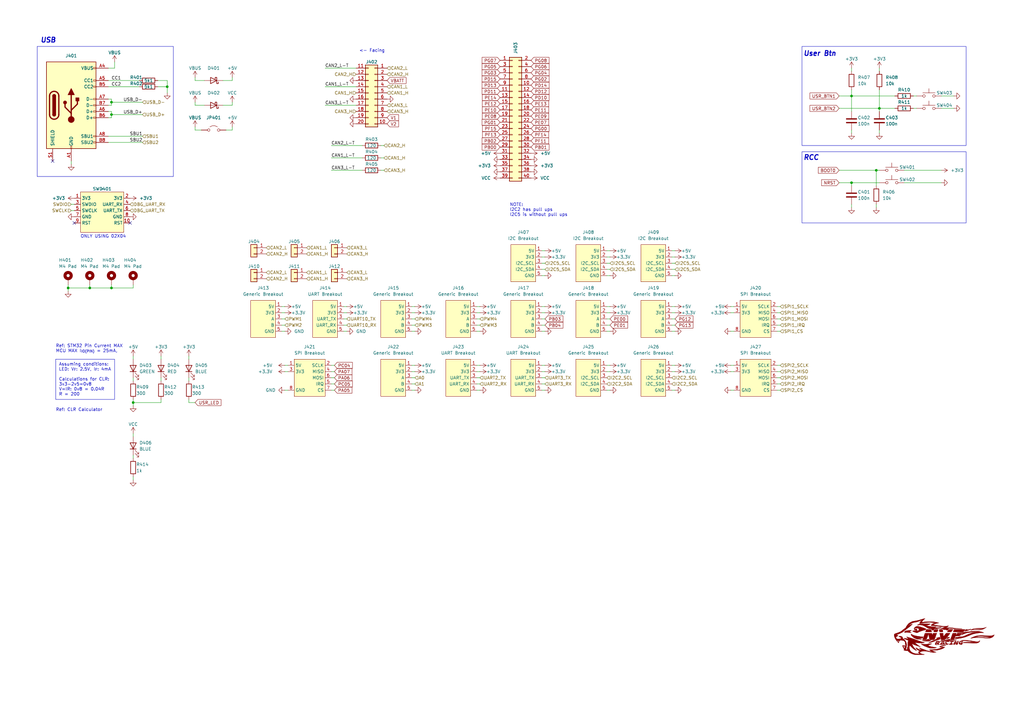
<source format=kicad_sch>
(kicad_sch (version 20231120) (generator "eeschema") (generator_version "8.0")
  (paper "A3")
  (title_block (title "Bigger Brain") (date "2024-04-08") (rev "2.1") (company "Scott CJX"))
  (junction (at 36.83 118.11))
  (junction (at 54.61 165.1))
  (junction (at 349.25 39.37))
  (junction (at 45.72 46.99))
  (junction (at 349.25 74.93))
  (junction (at 359.41 69.85))
  (junction (at 45.72 41.91))
  (junction (at 360.68 44.45))
  (junction (at 27.94 118.11))
  (junction (at 68.58 35.56))
  (junction (at 45.72 118.11))
  (no_connect (at 53.34 91.44))
  (no_connect (at 21.59 66.04))
  (no_connect (at 30.48 91.44))
  (wire (pts (xy 299.72 152.4) (xy 300.99 152.4)))
  (wire (pts (xy 386.08 44.45) (xy 391.16 44.45)))
  (wire (pts (xy 137.16 157.48) (xy 135.89 157.48)))
  (wire (pts (xy 276.86 113.03) (xy 275.59 113.03)))
  (wire (pts (xy 250.19 133.35) (xy 248.92 133.35)))
  (wire (pts (xy 29.21 86.36) (xy 30.48 86.36)))
  (wire (pts (xy 80.01 53.34) (xy 80.01 52.07)))
  (wire (pts (xy 196.85 154.94) (xy 195.58 154.94)))
  (wire (pts (xy 148.59 69.85) (xy 135.89 69.85)))
  (wire (pts (xy 349.25 36.83) (xy 349.25 39.37)))
  (wire (pts (xy 375.92 44.45) (xy 374.65 44.45)))
  (wire (pts (xy 170.18 154.94) (xy 168.91 154.94)))
  (wire (pts (xy 44.45 40.64) (xy 45.72 40.64)))
  (wire (pts (xy 359.41 76.2) (xy 359.41 69.85)))
  (wire (pts (xy 29.21 66.04) (xy 29.21 67.31)))
  (wire (pts (xy 196.85 160.02) (xy 195.58 160.02)))
  (wire (pts (xy 344.17 69.85) (xy 359.41 69.85)))
  (wire (pts (xy 36.83 118.11) (xy 45.72 118.11)))
  (wire (pts (xy 133.35 27.94) (xy 146.05 27.94)))
  (wire (pts (xy 77.47 165.1) (xy 80.01 165.1)))
  (wire (pts (xy 80.01 43.18) (xy 83.82 43.18)))
  (wire (pts (xy 320.04 152.4) (xy 318.77 152.4)))
  (wire (pts (xy 95.25 31.75) (xy 95.25 33.02)))
  (wire (pts (xy 360.68 53.34) (xy 360.68 54.61)))
  (wire (pts (xy 80.01 33.02) (xy 80.01 31.75)))
  (wire (pts (xy 223.52 102.87) (xy 222.25 102.87)))
  (wire (pts (xy 116.84 130.81) (xy 115.57 130.81)))
  (wire (pts (xy 250.19 125.73) (xy 248.92 125.73)))
  (wire (pts (xy 250.19 113.03) (xy 248.92 113.03)))
  (wire (pts (xy 299.72 125.73) (xy 300.99 125.73)))
  (wire (pts (xy 45.72 43.18) (xy 44.45 43.18)))
  (wire (pts (xy 170.18 149.86) (xy 168.91 149.86)))
  (wire (pts (xy 54.61 195.58) (xy 54.61 196.85)))
  (wire (pts (xy 250.19 149.86) (xy 248.92 149.86)))
  (wire (pts (xy 344.17 44.45) (xy 360.68 44.45)))
  (wire (pts (xy 320.04 125.73) (xy 318.77 125.73)))
  (wire (pts (xy 359.41 69.85) (xy 360.68 69.85)))
  (wire (pts (xy 360.68 44.45) (xy 367.03 44.45)))
  (wire (pts (xy 66.04 154.94) (xy 66.04 156.21)))
  (wire (pts (xy 170.18 152.4) (xy 168.91 152.4)))
  (wire (pts (xy 133.35 43.18) (xy 146.05 43.18)))
  (wire (pts (xy 27.94 118.11) (xy 27.94 119.38)))
  (wire (pts (xy 196.85 128.27) (xy 195.58 128.27)))
  (wire (pts (xy 66.04 165.1) (xy 66.04 163.83)))
  (wire (pts (xy 27.94 118.11) (xy 36.83 118.11)))
  (wire (pts (xy 349.25 27.94) (xy 349.25 29.21)))
  (wire (pts (xy 92.71 53.34) (xy 95.25 53.34)))
  (wire (pts (xy 250.19 160.02) (xy 248.92 160.02)))
  (wire (pts (xy 170.18 130.81) (xy 168.91 130.81)))
  (wire (pts (xy 223.52 107.95) (xy 222.25 107.95)))
  (wire (pts (xy 116.84 125.73) (xy 115.57 125.73)))
  (wire (pts (xy 44.45 33.02) (xy 57.15 33.02)))
  (wire (pts (xy 137.16 149.86) (xy 135.89 149.86)))
  (wire (pts (xy 223.52 160.02) (xy 222.25 160.02)))
  (wire (pts (xy 250.19 110.49) (xy 248.92 110.49)))
  (wire (pts (xy 29.21 83.82) (xy 30.48 83.82)))
  (wire (pts (xy 54.61 154.94) (xy 54.61 156.21)))
  (wire (pts (xy 142.24 125.73) (xy 140.97 125.73)))
  (wire (pts (xy 54.61 165.1) (xy 54.61 166.37)))
  (wire (pts (xy 45.72 45.72) (xy 45.72 46.99)))
  (wire (pts (xy 360.68 44.45) (xy 360.68 45.72)))
  (wire (pts (xy 91.44 43.18) (xy 95.25 43.18)))
  (wire (pts (xy 276.86 125.73) (xy 275.59 125.73)))
  (wire (pts (xy 223.52 135.89) (xy 222.25 135.89)))
  (wire (pts (xy 320.04 135.89) (xy 318.77 135.89)))
  (wire (pts (xy 64.77 35.56) (xy 68.58 35.56)))
  (wire (pts (xy 54.61 165.1) (xy 66.04 165.1)))
  (wire (pts (xy 142.24 130.81) (xy 140.97 130.81)))
  (wire (pts (xy 196.85 152.4) (xy 195.58 152.4)))
  (wire (pts (xy 276.86 133.35) (xy 275.59 133.35)))
  (wire (pts (xy 223.52 110.49) (xy 222.25 110.49)))
  (wire (pts (xy 45.72 46.99) (xy 58.42 46.99)))
  (wire (pts (xy 320.04 160.02) (xy 318.77 160.02)))
  (wire (pts (xy 320.04 130.81) (xy 318.77 130.81)))
  (wire (pts (xy 91.44 33.02) (xy 95.25 33.02)))
  (wire (pts (xy 276.86 107.95) (xy 275.59 107.95)))
  (wire (pts (xy 142.24 135.89) (xy 140.97 135.89)))
  (wire (pts (xy 250.19 135.89) (xy 248.92 135.89)))
  (wire (pts (xy 116.84 133.35) (xy 115.57 133.35)))
  (wire (pts (xy 45.72 46.99) (xy 45.72 48.26)))
  (wire (pts (xy 276.86 149.86) (xy 275.59 149.86)))
  (wire (pts (xy 45.72 48.26) (xy 44.45 48.26)))
  (wire (pts (xy 349.25 74.93) (xy 360.68 74.93)))
  (wire (pts (xy 223.52 130.81) (xy 222.25 130.81)))
  (wire (pts (xy 250.19 130.81) (xy 248.92 130.81)))
  (wire (pts (xy 170.18 157.48) (xy 168.91 157.48)))
  (wire (pts (xy 299.72 149.86) (xy 300.99 149.86)))
  (wire (pts (xy 223.52 149.86) (xy 222.25 149.86)))
  (wire (pts (xy 133.35 35.56) (xy 146.05 35.56)))
  (wire (pts (xy 45.72 41.91) (xy 45.72 43.18)))
  (wire (pts (xy 359.41 83.82) (xy 359.41 85.09)))
  (wire (pts (xy 46.99 25.4) (xy 46.99 27.94)))
  (wire (pts (xy 45.72 118.11) (xy 45.72 116.84)))
  (wire (pts (xy 170.18 125.73) (xy 168.91 125.73)))
  (wire (pts (xy 170.18 135.89) (xy 168.91 135.89)))
  (wire (pts (xy 223.52 152.4) (xy 222.25 152.4)))
  (wire (pts (xy 80.01 43.18) (xy 80.01 41.91)))
  (wire (pts (xy 276.86 135.89) (xy 275.59 135.89)))
  (wire (pts (xy 370.84 69.85) (xy 386.08 69.85)))
  (wire (pts (xy 77.47 146.05) (xy 77.47 147.32)))
  (wire (pts (xy 170.18 133.35) (xy 168.91 133.35)))
  (wire (pts (xy 116.84 128.27) (xy 115.57 128.27)))
  (wire (pts (xy 66.04 146.05) (xy 66.04 147.32)))
  (wire (pts (xy 54.61 186.69) (xy 54.61 187.96)))
  (wire (pts (xy 142.24 128.27) (xy 140.97 128.27)))
  (wire (pts (xy 349.25 39.37) (xy 367.03 39.37)))
  (wire (pts (xy 386.08 39.37) (xy 391.16 39.37)))
  (wire (pts (xy 196.85 133.35) (xy 195.58 133.35)))
  (wire (pts (xy 344.17 39.37) (xy 349.25 39.37)))
  (wire (pts (xy 116.84 160.02) (xy 118.11 160.02)))
  (wire (pts (xy 44.45 35.56) (xy 57.15 35.56)))
  (wire (pts (xy 320.04 154.94) (xy 318.77 154.94)))
  (wire (pts (xy 54.61 146.05) (xy 54.61 147.32)))
  (wire (pts (xy 44.45 58.42) (xy 58.42 58.42)))
  (wire (pts (xy 95.25 41.91) (xy 95.25 43.18)))
  (wire (pts (xy 54.61 165.1) (xy 54.61 163.83)))
  (wire (pts (xy 196.85 157.48) (xy 195.58 157.48)))
  (wire (pts (xy 116.84 135.89) (xy 115.57 135.89)))
  (wire (pts (xy 27.94 118.11) (xy 27.94 116.84)))
  (wire (pts (xy 95.25 52.07) (xy 95.25 53.34)))
  (wire (pts (xy 68.58 38.1) (xy 68.58 35.56)))
  (wire (pts (xy 223.52 113.03) (xy 222.25 113.03)))
  (wire (pts (xy 36.83 118.11) (xy 36.83 116.84)))
  (wire (pts (xy 223.52 105.41) (xy 222.25 105.41)))
  (wire (pts (xy 223.52 157.48) (xy 222.25 157.48)))
  (wire (pts (xy 299.72 160.02) (xy 300.99 160.02)))
  (wire (pts (xy 157.48 59.69) (xy 156.21 59.69)))
  (wire (pts (xy 45.72 40.64) (xy 45.72 41.91)))
  (wire (pts (xy 349.25 74.93) (xy 349.25 76.2)))
  (wire (pts (xy 223.52 128.27) (xy 222.25 128.27)))
  (wire (pts (xy 54.61 118.11) (xy 54.61 116.84)))
  (wire (pts (xy 276.86 128.27) (xy 275.59 128.27)))
  (wire (pts (xy 276.86 110.49) (xy 275.59 110.49)))
  (wire (pts (xy 196.85 135.89) (xy 195.58 135.89)))
  (wire (pts (xy 223.52 125.73) (xy 222.25 125.73)))
  (wire (pts (xy 375.92 39.37) (xy 374.65 39.37)))
  (wire (pts (xy 276.86 130.81) (xy 275.59 130.81)))
  (wire (pts (xy 360.68 36.83) (xy 360.68 44.45)))
  (wire (pts (xy 148.59 59.69) (xy 135.89 59.69)))
  (wire (pts (xy 44.45 45.72) (xy 45.72 45.72)))
  (wire (pts (xy 54.61 177.8) (xy 54.61 179.07)))
  (wire (pts (xy 360.68 27.94) (xy 360.68 29.21)))
  (wire (pts (xy 223.52 133.35) (xy 222.25 133.35)))
  (wire (pts (xy 148.59 64.77) (xy 135.89 64.77)))
  (wire (pts (xy 320.04 157.48) (xy 318.77 157.48)))
  (wire (pts (xy 276.86 160.02) (xy 275.59 160.02)))
  (wire (pts (xy 142.24 133.35) (xy 140.97 133.35)))
  (wire (pts (xy 137.16 152.4) (xy 135.89 152.4)))
  (wire (pts (xy 116.84 149.86) (xy 118.11 149.86)))
  (wire (pts (xy 137.16 154.94) (xy 135.89 154.94)))
  (wire (pts (xy 276.86 102.87) (xy 275.59 102.87)))
  (wire (pts (xy 250.19 105.41) (xy 248.92 105.41)))
  (wire (pts (xy 276.86 105.41) (xy 275.59 105.41)))
  (wire (pts (xy 196.85 125.73) (xy 195.58 125.73)))
  (wire (pts (xy 196.85 149.86) (xy 195.58 149.86)))
  (wire (pts (xy 320.04 133.35) (xy 318.77 133.35)))
  (wire (pts (xy 170.18 128.27) (xy 168.91 128.27)))
  (wire (pts (xy 320.04 149.86) (xy 318.77 149.86)))
  (wire (pts (xy 349.25 83.82) (xy 349.25 85.09)))
  (wire (pts (xy 116.84 152.4) (xy 118.11 152.4)))
  (wire (pts (xy 196.85 130.81) (xy 195.58 130.81)))
  (wire (pts (xy 170.18 160.02) (xy 168.91 160.02)))
  (wire (pts (xy 137.16 160.02) (xy 135.89 160.02)))
  (wire (pts (xy 299.72 128.27) (xy 300.99 128.27)))
  (wire (pts (xy 250.19 102.87) (xy 248.92 102.87)))
  (wire (pts (xy 250.19 128.27) (xy 248.92 128.27)))
  (wire (pts (xy 250.19 152.4) (xy 248.92 152.4)))
  (wire (pts (xy 370.84 74.93) (xy 386.08 74.93)))
  (wire (pts (xy 344.17 74.93) (xy 349.25 74.93)))
  (wire (pts (xy 223.52 154.94) (xy 222.25 154.94)))
  (wire (pts (xy 44.45 55.88) (xy 58.42 55.88)))
  (wire (pts (xy 77.47 165.1) (xy 77.47 163.83)))
  (wire (pts (xy 45.72 41.91) (xy 58.42 41.91)))
  (wire (pts (xy 44.45 27.94) (xy 46.99 27.94)))
  (wire (pts (xy 68.58 33.02) (xy 68.58 35.56)))
  (wire (pts (xy 64.77 33.02) (xy 68.58 33.02)))
  (wire (pts (xy 45.72 118.11) (xy 54.61 118.11)))
  (wire (pts (xy 250.19 107.95) (xy 248.92 107.95)))
  (wire (pts (xy 349.25 39.37) (xy 349.25 45.72)))
  (wire (pts (xy 299.72 135.89) (xy 300.99 135.89)))
  (wire (pts (xy 80.01 53.34) (xy 82.55 53.34)))
  (wire (pts (xy 349.25 53.34) (xy 349.25 54.61)))
  (wire (pts (xy 320.04 128.27) (xy 318.77 128.27)))
  (wire (pts (xy 157.48 69.85) (xy 156.21 69.85)))
  (wire (pts (xy 276.86 152.4) (xy 275.59 152.4)))
  (wire (pts (xy 80.01 33.02) (xy 83.82 33.02)))
  (wire (pts (xy 77.47 154.94) (xy 77.47 156.21)))
  (wire (pts (xy 157.48 64.77) (xy 156.21 64.77)))
  (rectangle (start 22.86 147.32) (end 46.99 163.83))
  (rectangle (start 328.93 19.05) (end 396.24 59.69))
  (rectangle (start 328.93 62.23) (end 396.24 91.44))
  (rectangle (start 15.24 19.05) (end 71.12 72.39))
  (text "NOTE: \nI2C2 has pull ups\nI2C5 is without pull ups" (at 209.042 88.9 0) (effects (font (size 1.27 1.27)) (justify left bottom)))
  (text "USB" (at 16.51 17.78 0) (effects (font (size 2 2) (thickness 0.4) (bold yes) (italic yes)) (justify left bottom)))
  (text "<- Facing" (at 147.32 21.59 0) (effects (font (size 1.27 1.27)) (justify left bottom)))
  (text "Ref: STM32 Pin Current MAX\nMCU MAX I_{IO(PIN)} = 25mA," (at 22.86 144.78 0) (effects (font (size 1.27 1.27)) (justify left bottom)))
  (text "Ref: CLR Calculator" (at 22.86 168.91 0) (effects (font (size 1.27 1.27)) (justify left bottom)))
  (text "Assuming conditions:\nLED: V_{F}: 2.5V, I_{F}: 4mA\n\nCalculations for CLR:\n3v3-2v5=0v8\nV=IR: 0v8 = 0.04R\nR = 200" (at 24.13 162.56 0) (effects (font (size 1.27 1.27)) (justify left bottom)))
  (text "ONLY USING 02X04" (at 33.02 97.79 0) (effects (font (size 1.27 1.27)) (justify left bottom)))
  (text "RCC" (at 329.438 64.77 0) (effects (font (size 2 2) (thickness 0.4) (bold yes) (italic yes)) (justify left)))
  (text "User Btn" (at 329.438 22.098 0) (effects (font (size 2 2) (thickness 0.4) (bold yes) (italic yes)) (justify left)))
  (label "CC1" (at 45.72 33.02 0))
  (label "CAN1_L-T" (at 133.35 35.56 0))
  (label "CAN1_L-T" (at 135.89 64.77 0))
  (label "CAN2_L-T" (at 135.89 59.69 0))
  (label "USB_D+" (at 58.42 46.99 180))
  (label "USB_D-" (at 58.42 41.91 180))
  (label "SBU1" (at 58.42 55.88 180))
  (label "CC2" (at 45.72 35.56 0))
  (label "CAN3_L-T" (at 135.89 69.85 0))
  (label "CAN2_L-T" (at 133.35 27.94 0))
  (label "SBU2" (at 58.42 58.42 180))
  (label "CAN3_L-T" (at 133.35 43.18 0))
  (global_label "PG08" (shape input) (at 217.805 24.765 0) (property "Intersheetrefs" "${INTERSHEET_REFS}" (effects (hide yes))))
  (global_label "BOOT0" (shape input) (at 344.17 69.85 180) (property "Intersheetrefs" "${INTERSHEET_REFS}" (effects (hide yes))))
  (global_label "PB03" (shape input) (at 223.52 130.81 0) (property "Intersheetrefs" "${INTERSHEET_REFS}" (effects (hide yes))))
  (global_label "USR_LED" (shape input) (at 80.01 165.1 0) (property "Intersheetrefs" "${INTERSHEET_REFS}" (effects (hide yes))))
  (global_label "PE00" (shape input) (at 250.19 130.81 0) (property "Intersheetrefs" "${INTERSHEET_REFS}" (effects (hide yes))))
  (global_label "PE08" (shape input) (at 205.105 47.625 180) (property "Intersheetrefs" "${INTERSHEET_REFS}" (effects (hide yes))))
  (global_label "PE01" (shape input) (at 250.19 133.35 0) (property "Intersheetrefs" "${INTERSHEET_REFS}" (effects (hide yes))))
  (global_label "NRST" (shape input) (at 344.17 74.93 180) (property "Intersheetrefs" "${INTERSHEET_REFS}" (effects (hide yes))))
  (global_label "PA06" (shape input) (at 137.16 154.94 0) (property "Intersheetrefs" "${INTERSHEET_REFS}" (effects (hide yes))))
  (global_label "PF11" (shape input) (at 217.805 57.785 0) (property "Intersheetrefs" "${INTERSHEET_REFS}" (effects (hide yes))))
  (global_label "PD11" (shape input) (at 205.105 37.465 180) (property "Intersheetrefs" "${INTERSHEET_REFS}" (effects (hide yes))))
  (global_label "PF15" (shape input) (at 205.105 52.705 180) (property "Intersheetrefs" "${INTERSHEET_REFS}" (effects (hide yes))))
  (global_label "USR_BTN1" (shape input) (at 344.17 39.37 180) (property "Intersheetrefs" "${INTERSHEET_REFS}" (effects (hide yes))))
  (global_label "PF14" (shape input) (at 217.805 55.245 0) (property "Intersheetrefs" "${INTERSHEET_REFS}" (effects (hide yes))))
  (global_label "PB00" (shape input) (at 205.105 60.325 180) (property "Intersheetrefs" "${INTERSHEET_REFS}" (effects (hide yes))))
  (global_label "PC05" (shape input) (at 137.16 157.48 0) (property "Intersheetrefs" "${INTERSHEET_REFS}" (effects (hide yes))))
  (global_label "VBATT" (shape input) (at 158.75 33.02 0) (property "Intersheetrefs" "${INTERSHEET_REFS}" (effects (hide yes))))
  (global_label "PA07" (shape input) (at 137.16 152.4 0) (property "Intersheetrefs" "${INTERSHEET_REFS}" (effects (hide yes))))
  (global_label "PE10" (shape input) (at 205.105 45.085 180) (property "Intersheetrefs" "${INTERSHEET_REFS}" (effects (hide yes))))
  (global_label "PD12" (shape input) (at 217.805 37.465 0) (property "Intersheetrefs" "${INTERSHEET_REFS}" (effects (hide yes))))
  (global_label "PA05" (shape input) (at 137.16 160.02 0) (property "Intersheetrefs" "${INTERSHEET_REFS}" (effects (hide yes))))
  (global_label "PG12" (shape input) (at 276.86 130.81 0) (property "Intersheetrefs" "${INTERSHEET_REFS}" (effects (hide yes))))
  (global_label "PD10" (shape input) (at 217.805 40.005 0) (property "Intersheetrefs" "${INTERSHEET_REFS}" (effects (hide yes))))
  (global_label "PE11" (shape input) (at 217.805 45.085 0) (property "Intersheetrefs" "${INTERSHEET_REFS}" (effects (hide yes))))
  (global_label "PD13" (shape input) (at 205.105 34.925 180) (property "Intersheetrefs" "${INTERSHEET_REFS}" (effects (hide yes))))
  (global_label "PD15" (shape input) (at 205.105 32.385 180) (property "Intersheetrefs" "${INTERSHEET_REFS}" (effects (hide yes))))
  (global_label "V1" (shape input) (at 158.75 48.26 0) (property "Intersheetrefs" "${INTERSHEET_REFS}" (effects (hide yes))))
  (global_label "PE09" (shape input) (at 217.805 47.625 0) (property "Intersheetrefs" "${INTERSHEET_REFS}" (effects (hide yes))))
  (global_label "V2" (shape input) (at 158.75 50.8 0) (property "Intersheetrefs" "${INTERSHEET_REFS}" (effects (hide yes))))
  (global_label "PG03" (shape input) (at 205.105 29.845 180) (property "Intersheetrefs" "${INTERSHEET_REFS}" (effects (hide yes))))
  (global_label "PG00" (shape input) (at 217.805 52.705 0) (property "Intersheetrefs" "${INTERSHEET_REFS}" (effects (hide yes))))
  (global_label "PE14" (shape input) (at 205.105 40.005 180) (property "Intersheetrefs" "${INTERSHEET_REFS}" (effects (hide yes))))
  (global_label "PF13" (shape input) (at 205.105 55.245 180) (property "Intersheetrefs" "${INTERSHEET_REFS}" (effects (hide yes))))
  (global_label "PG02" (shape input) (at 217.805 32.385 0) (property "Intersheetrefs" "${INTERSHEET_REFS}" (effects (hide yes))))
  (global_label "PE07" (shape input) (at 217.805 50.165 0) (property "Intersheetrefs" "${INTERSHEET_REFS}" (effects (hide yes))))
  (global_label "PG06" (shape input) (at 217.805 27.305 0) (property "Intersheetrefs" "${INTERSHEET_REFS}" (effects (hide yes))))
  (global_label "PC04" (shape input) (at 137.16 149.86 0) (property "Intersheetrefs" "${INTERSHEET_REFS}" (effects (hide yes))))
  (global_label "PB01" (shape input) (at 217.805 60.325 0) (property "Intersheetrefs" "${INTERSHEET_REFS}" (effects (hide yes))))
  (global_label "PG07" (shape input) (at 205.105 24.765 180) (property "Intersheetrefs" "${INTERSHEET_REFS}" (effects (hide yes))))
  (global_label "PE13" (shape input) (at 217.805 42.545 0) (property "Intersheetrefs" "${INTERSHEET_REFS}" (effects (hide yes))))
  (global_label "PG01" (shape input) (at 205.105 50.165 180) (property "Intersheetrefs" "${INTERSHEET_REFS}" (effects (hide yes))))
  (global_label "USR_BTN2" (shape input) (at 344.17 44.45 180) (property "Intersheetrefs" "${INTERSHEET_REFS}" (effects (hide yes))))
  (global_label "PB02" (shape input) (at 205.105 57.785 180) (property "Intersheetrefs" "${INTERSHEET_REFS}" (effects (hide yes))))
  (global_label "PB04" (shape input) (at 223.52 133.35 0) (property "Intersheetrefs" "${INTERSHEET_REFS}" (effects (hide yes))))
  (global_label "PG13" (shape input) (at 276.86 133.35 0) (property "Intersheetrefs" "${INTERSHEET_REFS}" (effects (hide yes))))
  (global_label "PG05" (shape input) (at 205.105 27.305 180) (property "Intersheetrefs" "${INTERSHEET_REFS}" (effects (hide yes))))
  (global_label "PD14" (shape input) (at 217.805 34.925 0) (property "Intersheetrefs" "${INTERSHEET_REFS}" (effects (hide yes))))
  (global_label "PG04" (shape input) (at 217.805 29.845 0) (property "Intersheetrefs" "${INTERSHEET_REFS}" (effects (hide yes))))
  (global_label "PE12" (shape input) (at 205.105 42.545 180) (property "Intersheetrefs" "${INTERSHEET_REFS}" (effects (hide yes))))
  (hierarchical_label "I2C5_SCL" (shape input) (at 223.52 107.95 0))
  (hierarchical_label "I2C5_SCL" (shape input) (at 250.19 107.95 0))
  (hierarchical_label "CAN2_L" (shape input) (at 109.22 111.76 0))
  (hierarchical_label "SPI2_CS" (shape input) (at 320.04 160.02 0))
  (hierarchical_label "CAN3_H" (shape input) (at 142.24 114.3 0))
  (hierarchical_label "A1" (shape input) (at 170.18 157.48 0))
  (hierarchical_label "UART10_RX" (shape input) (at 142.24 133.35 0))
  (hierarchical_label "SPI1_SCLK" (shape input) (at 320.04 125.73 0))
  (hierarchical_label "CAN1_H" (shape input) (at 125.73 114.3 0))
  (hierarchical_label "SPI2_MOSI" (shape input) (at 320.04 154.94 0))
  (hierarchical_label "SPI1_IRQ" (shape input) (at 320.04 133.35 0))
  (hierarchical_label "CAN2_H" (shape input) (at 158.75 30.48 0))
  (hierarchical_label "I2C5_SDA" (shape input) (at 223.52 110.49 0))
  (hierarchical_label "UART2_TX" (shape input) (at 196.85 154.94 0))
  (hierarchical_label "USB_D-" (shape input) (at 58.42 41.91 0))
  (hierarchical_label "SPI1_CS" (shape input) (at 320.04 135.89 0))
  (hierarchical_label "CAN3_H" (shape input) (at 146.05 45.72 180))
  (hierarchical_label "PWM3" (shape input) (at 196.85 133.35 0))
  (hierarchical_label "A0" (shape input) (at 170.18 154.94 0))
  (hierarchical_label "SPI1_MISO" (shape input) (at 320.04 128.27 0))
  (hierarchical_label "SPI1_MOSI" (shape input) (at 320.04 130.81 0))
  (hierarchical_label "SWCLK" (shape input) (at 29.21 86.36 180))
  (hierarchical_label "SPI2_IRQ" (shape input) (at 320.04 157.48 0))
  (hierarchical_label "PWM3" (shape input) (at 170.18 133.35 0))
  (hierarchical_label "DBG_UART_TX" (shape input) (at 53.34 86.36 0))
  (hierarchical_label "DBG_UART_RX" (shape input) (at 53.34 83.82 0))
  (hierarchical_label "CAN3_L" (shape input) (at 158.75 43.18 0))
  (hierarchical_label "CAN2_L" (shape input) (at 109.22 101.6 0))
  (hierarchical_label "CAN3_L" (shape input) (at 142.24 111.76 0))
  (hierarchical_label "PWM4" (shape input) (at 196.85 130.81 0))
  (hierarchical_label "CAN2_H" (shape input) (at 109.22 104.14 0))
  (hierarchical_label "CAN3_H" (shape input) (at 157.48 69.85 0))
  (hierarchical_label "CAN2_H" (shape input) (at 157.48 59.69 0))
  (hierarchical_label "CAN3_H" (shape input) (at 158.75 45.72 0))
  (hierarchical_label "CAN1_H" (shape input) (at 157.48 64.77 0))
  (hierarchical_label "CAN1_L" (shape input) (at 125.73 111.76 0))
  (hierarchical_label "CAN2_H" (shape input) (at 146.05 30.48 180))
  (hierarchical_label "CAN2_H" (shape input) (at 109.22 114.3 0))
  (hierarchical_label "UART3_TX" (shape input) (at 223.52 154.94 0))
  (hierarchical_label "CAN1_H" (shape input) (at 146.05 38.1 180))
  (hierarchical_label "PWM1" (shape input) (at 116.84 130.81 0))
  (hierarchical_label "PWM4" (shape input) (at 170.18 130.81 0))
  (hierarchical_label "SPI2_MISO" (shape input) (at 320.04 152.4 0))
  (hierarchical_label "SBU1" (shape input) (at 58.42 55.88 0))
  (hierarchical_label "CAN1_L" (shape input) (at 125.73 101.6 0))
  (hierarchical_label "I2C5_SCL" (shape input) (at 276.86 107.95 0))
  (hierarchical_label "CAN1_L" (shape input) (at 158.75 35.56 0))
  (hierarchical_label "I2C2_SDA" (shape input) (at 275.59 157.48 0))
  (hierarchical_label "CAN1_H" (shape input) (at 158.75 38.1 0))
  (hierarchical_label "UART10_TX" (shape input) (at 142.24 130.81 0))
  (hierarchical_label "I2C2_SCL" (shape input) (at 248.92 154.94 0))
  (hierarchical_label "CAN1_H" (shape input) (at 125.73 104.14 0))
  (hierarchical_label "SBU2" (shape input) (at 58.42 58.42 0))
  (hierarchical_label "USB_D+" (shape input) (at 58.42 46.99 0))
  (hierarchical_label "CAN2_L" (shape input) (at 158.75 27.94 0))
  (hierarchical_label "CAN3_H" (shape input) (at 142.24 104.14 0))
  (hierarchical_label "SPI2_SCLK" (shape input) (at 320.04 149.86 0))
  (hierarchical_label "I2C5_SDA" (shape input) (at 276.86 110.49 0))
  (hierarchical_label "PWM2" (shape input) (at 116.84 133.35 0))
  (hierarchical_label "I2C2_SDA" (shape input) (at 248.92 157.48 0))
  (hierarchical_label "CAN3_L" (shape input) (at 142.24 101.6 0))
  (hierarchical_label "I2C5_SDA" (shape input) (at 250.19 110.49 0))
  (hierarchical_label "SWDIO" (shape input) (at 29.21 83.82 180))
  (hierarchical_label "UART3_RX" (shape input) (at 223.52 157.48 0))
  (hierarchical_label "UART2_RX" (shape input) (at 196.85 157.48 0))
  (hierarchical_label "I2C2_SCL" (shape input) (at 275.59 154.94 0))
  (symbol (lib_id "Device:R") (at 54.61 160.02 0) (unit 1)
    (property "Reference" "R409" (at 55.88 158.75 0) (effects (justify left)))
    (property "Value" "300" (at 55.88 161.29 0) (effects (justify left)))
    (property "Footprint" "Resistor_SMD:R_0603_1608Metric" (effects (hide yes)))
    (property "LCSC" "C23025" (effects (hide yes)))
    (property "Element14" "-" (effects (hide yes)))
    (property "Assemble" "1" (effects (hide yes)))
  )
  (symbol (lib_id "power:GND") (at 360.68 54.61 0) (unit 1)
    (property "Reference" "#PWR0479" (effects (hide yes)))
    (property "Value" "GND" (effects (hide yes)))
  )
  (symbol (lib_id "NVF-Kicad:NVF-Logo") (at 387.35 265.43 0) (unit 1)
    (property "Reference" "#G401" (effects (hide yes)))
    (property "Value" "LOGO" (effects (hide yes)))
  )
  (symbol (lib_id "power:GND") (at 54.61 196.85 0) (unit 1)
    (property "Reference" "#PWR0447" (effects (hide yes)))
    (property "Value" "GND" (effects (hide yes)))
  )
  (symbol (lib_name "+5V_1") (lib_id "power:+5V") (at 142.24 125.73 270) (unit 1)
    (property "Reference" "#PWR0525" (effects (hide yes)))
    (property "Value" "+5V" (at 144.78 125.73 90) (effects (justify left)))
    (property "Description" "Power symbol creates a global label with name \"+5V\"" (effects (hide yes)))
  )
  (symbol (lib_id "Device:R") (at 60.96 33.02 90) (unit 1)
    (property "Reference" "R401" (at 55.88 31.75 90))
    (property "Value" "5k1" (at 60.96 33.02 90))
    (property "Footprint" "Resistor_SMD:R_0603_1608Metric" (effects (hide yes)))
    (property "LCSC" "C23186" (effects (hide yes)))
    (property "Element14" "-" (effects (hide yes)))
    (property "Assemble" "1" (effects (hide yes)))
  )
  (symbol (lib_id "power:+5V") (at 217.805 62.865 270) (mirror x) (unit 1)
    (property "Reference" "#PWR0459" (effects (hide yes)))
    (property "Value" "+5V" (at 221.615 62.865 90) (effects (justify left)))
  )
  (symbol (lib_id "power:+3.3V") (at 116.84 128.27 270) (unit 1)
    (property "Reference" "#PWR0422" (effects (hide yes)))
    (property "Value" "+3.3V" (at 119.38 128.27 90) (effects (justify left)))
    (property "Description" "Power symbol creates a global label with name \"+3.3V\"" (effects (hide yes)))
  )
  (symbol (lib_id "power:GND") (at 205.105 65.405 270) (unit 1)
    (property "Reference" "#PWR0455" (effects (hide yes)))
    (property "Value" "GND" (effects (hide yes)))
  )
  (symbol (lib_id "power:GND") (at 54.61 166.37 0) (unit 1)
    (property "Reference" "#PWR0445" (effects (hide yes)))
    (property "Value" "GND" (effects (hide yes)))
  )
  (symbol (lib_id "power:+3V3") (at 217.805 67.945 270) (mirror x) (unit 1)
    (property "Reference" "#PWR0461" (effects (hide yes)))
    (property "Value" "+3V3" (at 221.615 67.945 90) (effects (justify left)))
  )
  (symbol (lib_id "power:+3.3V") (at 116.84 152.4 90) (mirror x) (unit 1)
    (property "Reference" "#PWR0411" (effects (hide yes)))
    (property "Value" "+3.3V" (at 111.76 152.4 90) (effects (justify left)))
    (property "Description" "Power symbol creates a global label with name \"+3.3V\"" (effects (hide yes)))
  )
  (symbol (lib_id "NVF_OwnParts:NVF-SPI-02x04") (at 309.88 154.94 0) (unit 1)
    (property "Reference" "J427" (at 309.88 142.24 0))
    (property "Value" "SPI Breakout" (at 309.88 144.78 0))
    (property "Footprint" "NVF-Kicad:PHD_02x04V-H" (effects (hide yes)))
    (property "Element14" "1830787" (effects (hide yes)))
    (property "LCSC" "C157975" (effects (hide yes)))
    (property "Assemble" "0" (effects (hide yes)))
  )
  (symbol (lib_name "GND_1") (lib_id "power:GND") (at 116.84 135.89 90) (unit 1)
    (property "Reference" "#PWR0423" (effects (hide yes)))
    (property "Value" "GND" (at 120.65 135.8899 90) (effects (justify right)))
    (property "Description" "Power symbol creates a global label with name \"GND\" , ground" (effects (hide yes)))
  )
  (symbol (lib_name "GND_1") (lib_id "power:GND") (at 250.19 160.02 90) (unit 1)
    (property "Reference" "#PWR0438" (effects (hide yes)))
    (property "Value" "GND" (effects (hide yes)))
    (property "Description" "Power symbol creates a global label with name \"GND\" , ground" (effects (hide yes)))
  )
  (symbol (lib_id "power:+3.3V") (at 250.19 128.27 270) (unit 1)
    (property "Reference" "#PWR0516" (effects (hide yes)))
    (property "Value" "+3.3V" (at 252.73 128.27 90) (effects (justify left)))
    (property "Description" "Power symbol creates a global label with name \"+3.3V\"" (effects (hide yes)))
  )
  (symbol (lib_id "power:GND") (at 359.41 85.09 0) (unit 1)
    (property "Reference" "#PWR0467" (effects (hide yes)))
    (property "Value" "GND" (effects (hide yes)))
  )
  (symbol (lib_id "Device:R") (at 152.4 64.77 90) (unit 1)
    (property "Reference" "R404" (at 152.4 62.23 90))
    (property "Value" "120" (at 152.4 64.77 90))
    (property "Footprint" "Resistor_SMD:R_1206_3216Metric" (effects (hide yes)))
    (property "LCSC" "C17909" (effects (hide yes)))
    (property "Element14" "-" (effects (hide yes)))
    (property "Assemble" "1" (effects (hide yes)))
  )
  (symbol (lib_name "+5V_1") (lib_id "power:+5V") (at 196.85 125.73 270) (unit 1)
    (property "Reference" "#PWR0536" (effects (hide yes)))
    (property "Value" "+5V" (at 199.39 125.73 90) (effects (justify left)))
    (property "Description" "Power symbol creates a global label with name \"+5V\"" (effects (hide yes)))
  )
  (symbol (lib_name "+5V_1") (lib_id "power:+5V") (at 223.52 102.87 270) (unit 1)
    (property "Reference" "#PWR0424" (effects (hide yes)))
    (property "Value" "+5V" (at 226.06 102.87 90) (effects (justify left)))
    (property "Description" "Power symbol creates a global label with name \"+5V\"" (effects (hide yes)))
  )
  (symbol (lib_name "GND_1") (lib_id "power:GND") (at 223.52 135.89 90) (unit 1)
    (property "Reference" "#PWR0519" (effects (hide yes)))
    (property "Value" "GND" (effects (hide yes)))
    (property "Description" "Power symbol creates a global label with name \"GND\" , ground" (effects (hide yes)))
  )
  (symbol (lib_id "NVF_OwnParts:NVF-UART-01x05") (at 133.35 130.81 0) (unit 1)
    (property "Reference" "J414" (at 133.35 118.11 0))
    (property "Value" "UART Breakout" (at 133.35 120.65 0))
    (property "Footprint" "NVF-Kicad:PH_01x05V-H" (effects (hide yes)))
    (property "Element14" "9492445" (effects (hide yes)))
    (property "LCSC" "C157993" (effects (hide yes)))
    (property "Assemble" "0" (effects (hide yes)))
  )
  (symbol (lib_id "NVF_OwnParts:NVF-I2C-01x05") (at 214.63 107.95 0) (unit 1)
    (property "Reference" "J407" (at 214.63 95.25 0))
    (property "Value" "I2C Breakout" (at 214.63 97.79 0))
    (property "Footprint" "NVF-Kicad:PH_01x05V-H" (effects (hide yes)))
    (property "Element14" "9492445" (effects (hide yes)))
    (property "LCSC" "C157993" (effects (hide yes)))
    (property "Assemble" "0" (effects (hide yes)))
  )
  (symbol (lib_id "power:+3V3") (at 77.47 146.05 0) (unit 1)
    (property "Reference" "#PWR0444" (effects (hide yes)))
    (property "Value" "+3V3" (at 77.47 142.24 0))
  )
  (symbol (lib_name "+5V_1") (lib_id "power:+5V") (at 116.84 149.86 90) (mirror x) (unit 1)
    (property "Reference" "#PWR0410" (effects (hide yes)))
    (property "Value" "+5V" (at 111.76 149.86 90) (effects (justify left)))
    (property "Description" "Power symbol creates a global label with name \"+5V\"" (effects (hide yes)))
  )
  (symbol (lib_id "NVF_OwnParts:NVF-I2C-01x05") (at 267.97 107.95 0) (unit 1)
    (property "Reference" "J409" (at 267.97 95.25 0))
    (property "Value" "I2C Breakout" (at 267.97 97.79 0))
    (property "Footprint" "NVF-Kicad:PH_01x05V-H" (effects (hide yes)))
    (property "Element14" "9492445" (effects (hide yes)))
    (property "LCSC" "C157993" (effects (hide yes)))
    (property "Assemble" "0" (effects (hide yes)))
  )
  (symbol (lib_id "power:+3.3V") (at 276.86 152.4 270) (unit 1)
    (property "Reference" "#PWR0440" (effects (hide yes)))
    (property "Value" "+3.3V" (at 279.4 152.4 90) (effects (justify left)))
    (property "Description" "Power symbol creates a global label with name \"+3.3V\"" (effects (hide yes)))
  )
  (symbol (lib_id "Connector_Generic:Conn_01x02") (at 137.16 111.76 0) (mirror y) (unit 1)
    (property "Reference" "J412" (at 137.16 109.22 0))
    (property "Value" "Conn_01x02" (effects (hide yes)))
    (property "Footprint" "Connector_JST:JST_PH_B2B-PH-K_1x02_P2.00mm_Vertical" (effects (hide yes)))
    (property "Description" "Generic connector, single row, 01x02, script generated (kicad-library-utils/schlib/autogen/connector/)" (effects (hide yes)))
    (property "Element14" "-" (effects (hide yes)))
    (property "LCSC" "C2683610" (effects (hide yes)))
    (property "Assemble" "0" (effects (hide yes)))
  )
  (symbol (lib_id "Connector_Generic:Conn_01x02") (at 137.16 101.6 0) (mirror y) (unit 1)
    (property "Reference" "J406" (at 137.16 99.06 0))
    (property "Value" "Conn_01x02" (effects (hide yes)))
    (property "Footprint" "Connector_JST:JST_PH_B2B-PH-K_1x02_P2.00mm_Vertical" (effects (hide yes)))
    (property "Description" "Generic connector, single row, 01x02, script generated (kicad-library-utils/schlib/autogen/connector/)" (effects (hide yes)))
    (property "Element14" "-" (effects (hide yes)))
    (property "LCSC" "C2683610" (effects (hide yes)))
    (property "Assemble" "0" (effects (hide yes)))
  )
  (symbol (lib_id "Device:LED") (at 77.47 151.13 90) (unit 1)
    (property "Reference" "D405" (at 80.01 149.86 90) (effects (justify right)))
    (property "Value" "BLUE" (at 80.01 152.4 90) (effects (justify right)))
    (property "Footprint" "LED_SMD:LED_0603_1608Metric" (effects (hide yes)))
    (property "LCSC" "C965807" (effects (hide yes)))
    (property "Element14" "-" (effects (hide yes)))
    (property "Assemble" "1" (effects (hide yes)))
  )
  (symbol (lib_name "+5V_1") (lib_id "power:+5V") (at 196.85 149.86 270) (unit 1)
    (property "Reference" "#PWR0524" (effects (hide yes)))
    (property "Value" "+5V" (at 199.39 149.86 90) (effects (justify left)))
    (property "Description" "Power symbol creates a global label with name \"+5V\"" (effects (hide yes)))
  )
  (symbol (lib_id "Device:R") (at 152.4 69.85 90) (unit 1)
    (property "Reference" "R405" (at 152.4 67.31 90))
    (property "Value" "120" (at 152.4 69.85 90))
    (property "Footprint" "Resistor_SMD:R_1206_3216Metric" (effects (hide yes)))
    (property "LCSC" "C17909" (effects (hide yes)))
    (property "Element14" "-" (effects (hide yes)))
    (property "Assemble" "1" (effects (hide yes)))
  )
  (symbol (lib_id "power:GND") (at 391.16 39.37 90) (unit 1)
    (property "Reference" "#PWR0474" (effects (hide yes)))
    (property "Value" "GND" (effects (hide yes)))
  )
  (symbol (lib_id "Connector_Generic:Conn_02x10_Top_Bottom") (at 153.67 38.1 0) (mirror y) (unit 1)
    (property "Reference" "J402" (at 152.4 25.4 0))
    (property "Value" "MicroFit_02x10V-H" (effects (hide yes)))
    (property "Footprint" "NVF-Kicad:MicroFit_02x10V-H" (effects (hide yes)))
    (property "LCSC" "C485575" (effects (hide yes)))
    (property "Element14" "1012243" (effects (hide yes)))
    (property "Assemble" "1" (effects (hide yes)))
  )
  (symbol (lib_id "Connector_Generic:Conn_01x02") (at 104.14 101.6 0) (mirror y) (unit 1)
    (property "Reference" "J404" (at 104.14 99.06 0))
    (property "Value" "Conn_01x02" (effects (hide yes)))
    (property "Footprint" "Connector_JST:JST_PH_B2B-PH-K_1x02_P2.00mm_Vertical" (effects (hide yes)))
    (property "Description" "Generic connector, single row, 01x02, script generated (kicad-library-utils/schlib/autogen/connector/)" (effects (hide yes)))
    (property "Element14" "-" (effects (hide yes)))
    (property "LCSC" "C2683610" (effects (hide yes)))
    (property "Assemble" "0" (effects (hide yes)))
  )
  (symbol (lib_id "power:VBUS") (at 80.01 52.07 0) (unit 1)
    (property "Reference" "#PWR0448" (effects (hide yes)))
    (property "Value" "VBUS" (at 80.01 48.26 0))
  )
  (symbol (lib_id "Device:R") (at 349.25 33.02 0) (unit 1)
    (property "Reference" "R407" (at 351.79 31.75 0) (effects (justify left)))
    (property "Value" "10k" (at 351.79 34.29 0) (effects (justify left)))
    (property "Footprint" "Resistor_SMD:R_0603_1608Metric" (effects (hide yes)))
    (property "LCSC" "C25804" (effects (hide yes)))
    (property "Element14" "-" (effects (hide yes)))
    (property "Assemble" "1" (effects (hide yes)))
  )
  (symbol (lib_id "power:GND") (at 386.08 74.93 90) (unit 1)
    (property "Reference" "#PWR0465" (effects (hide yes)))
    (property "Value" "GND" (effects (hide yes)))
  )
  (symbol (lib_id "power:+3.3V") (at 250.19 152.4 270) (unit 1)
    (property "Reference" "#PWR0437" (effects (hide yes)))
    (property "Value" "+3.3V" (at 252.73 152.4 90) (effects (justify left)))
    (property "Description" "Power symbol creates a global label with name \"+3.3V\"" (effects (hide yes)))
  )
  (symbol (lib_id "NVF_OwnParts:NVF-I2C-01x05") (at 241.3 154.94 0) (unit 1)
    (property "Reference" "J425" (at 241.3 142.24 0))
    (property "Value" "Generic Breakout" (at 241.3 144.78 0))
    (property "Footprint" "NVF-Kicad:PH_01x05V-H" (effects (hide yes)))
    (property "Element14" "9492445" (effects (hide yes)))
    (property "LCSC" "C157993" (effects (hide yes)))
    (property "Assemble" "0" (effects (hide yes)))
  )
  (symbol (lib_name "+5V_1") (lib_id "power:+5V") (at 223.52 149.86 270) (unit 1)
    (property "Reference" "#PWR0433" (effects (hide yes)))
    (property "Value" "+5V" (at 226.06 149.86 90) (effects (justify left)))
    (property "Description" "Power symbol creates a global label with name \"+5V\"" (effects (hide yes)))
  )
  (symbol (lib_id "Device:C") (at 349.25 80.01 0) (unit 1)
    (property "Reference" "C401" (at 351.79 78.74 0) (effects (justify left)))
    (property "Value" "100n" (at 351.79 81.28 0) (effects (justify left)))
    (property "Footprint" "Capacitor_SMD:C_0603_1608Metric" (effects (hide yes)))
    (property "LCSC" "C14663" (effects (hide yes)))
    (property "Element14" "-" (effects (hide yes)))
    (property "Assemble" "1" (effects (hide yes)))
  )
  (symbol (lib_id "NVF_OwnParts:NVF-AB-01x05") (at 187.96 130.81 0) (unit 1)
    (property "Reference" "J416" (at 187.96 118.11 0))
    (property "Value" "Generic Breakout" (at 187.96 120.65 0))
    (property "Footprint" "NVF-Kicad:PH_01x05V-H" (effects (hide yes)))
    (property "Element14" "9492445" (effects (hide yes)))
    (property "LCSC" "C157993" (effects (hide yes)))
    (property "Assemble" "0" (effects (hide yes)))
  )
  (symbol (lib_id "power:VBUS") (at 80.01 41.91 0) (unit 1)
    (property "Reference" "#PWR0419" (effects (hide yes)))
    (property "Value" "VBUS" (at 80.01 38.1 0))
  )
  (symbol (lib_id "power:GND") (at 29.21 67.31 0) (unit 1)
    (property "Reference" "#PWR0403" (effects (hide yes)))
    (property "Value" "GND" (effects (hide yes)))
  )
  (symbol (lib_id "power:+5V") (at 95.25 52.07 0) (unit 1)
    (property "Reference" "#PWR0449" (effects (hide yes)))
    (property "Value" "+5V" (at 95.25 48.26 0))
  )
  (symbol (lib_id "Mechanical:MountingHole_Pad") (at 45.72 114.3 0) (unit 1)
    (property "Reference" "H403" (at 41.91 106.68 0) (effects (justify left)))
    (property "Value" "M4 Pad" (at 41.91 109.22 0) (effects (justify left)))
    (property "Footprint" "MountingHole:MountingHole_4.3mm_M4_DIN965_Pad_TopBottom" (effects (hide yes)))
    (property "LCSC" "-" (effects (hide yes)))
    (property "Element14" "-" (effects (hide yes)))
    (property "Assemble" "1" (effects (hide yes)))
  )
  (symbol (lib_id "NVF_OwnParts:NVF-SWD-02x04/05") (at 41.91 86.36 0) (unit 1)
    (property "Reference" "SWD401" (at 41.91 77.47 0))
    (property "Value" "~" (at 41.91 77.47 0))
    (property "Footprint" "NVF-Kicad:PHD_02x04V-H" (effects (hide yes)))
    (property "Element14" "1830787" (effects (hide yes)))
    (property "LCSC" "C157975" (effects (hide yes)))
    (property "Assemble" "1" (effects (hide yes)))
  )
  (symbol (lib_id "Connector_Generic:Conn_02x20_Odd_Even") (at 210.185 47.625 0) (unit 1)
    (property "Reference" "J403" (at 211.455 19.685 90))
    (property "Value" "2.54mm2x20V-H" (effects (hide yes)))
    (property "Footprint" "NVF-Kicad:2.54mm2x20V-H" (effects (hide yes)))
    (property "LCSC" "C2894981" (effects (hide yes)))
    (property "Element14" "-" (effects (hide yes)))
    (property "Assemble" "0" (effects (hide yes)))
  )
  (symbol (lib_id "power:+3.3V") (at 276.86 105.41 270) (unit 1)
    (property "Reference" "#PWR0431" (effects (hide yes)))
    (property "Value" "+3.3V" (at 279.4 105.41 90) (effects (justify left)))
    (property "Description" "Power symbol creates a global label with name \"+3.3V\"" (effects (hide yes)))
  )
  (symbol (lib_id "power:+3.3V") (at 223.52 128.27 270) (unit 1)
    (property "Reference" "#PWR0515" (effects (hide yes)))
    (property "Value" "+3.3V" (at 226.06 128.27 90) (effects (justify left)))
    (property "Description" "Power symbol creates a global label with name \"+3.3V\"" (effects (hide yes)))
  )
  (symbol (lib_id "Device:C") (at 349.25 49.53 0) (unit 1)
    (property "Reference" "C402" (at 351.79 48.26 0) (effects (justify left)))
    (property "Value" "100n" (at 351.79 50.8 0) (effects (justify left)))
    (property "Footprint" "Capacitor_SMD:C_0603_1608Metric" (effects (hide yes)))
    (property "LCSC" "C14663" (effects (hide yes)))
    (property "Element14" "-" (effects (hide yes)))
    (property "Assemble" "1" (effects (hide yes)))
  )
  (symbol (lib_id "Device:R") (at 77.47 160.02 0) (unit 1)
    (property "Reference" "R413" (at 78.74 158.75 0) (effects (justify left)))
    (property "Value" "300" (at 78.74 161.29 0) (effects (justify left)))
    (property "Footprint" "Resistor_SMD:R_0603_1608Metric" (effects (hide yes)))
    (property "LCSC" "C23025" (effects (hide yes)))
    (property "Element14" "-" (effects (hide yes)))
    (property "Assemble" "1" (effects (hide yes)))
  )
  (symbol (lib_id "Device:LED") (at 66.04 151.13 90) (unit 1)
    (property "Reference" "D404" (at 68.58 149.86 90) (effects (justify right)))
    (property "Value" "RED" (at 68.58 152.4 90) (effects (justify right)))
    (property "Footprint" "LED_SMD:LED_0603_1608Metric" (effects (hide yes)))
    (property "LCSC" "C2286" (effects (hide yes)))
    (property "Element14" "-" (effects (hide yes)))
    (property "Assemble" "1" (effects (hide yes)))
  )
  (symbol (lib_id "power:GND") (at 349.25 54.61 0) (unit 1)
    (property "Reference" "#PWR0475" (effects (hide yes)))
    (property "Value" "GND" (effects (hide yes)))
  )
  (symbol (lib_id "Connector_Generic:Conn_01x02") (at 104.14 111.76 0) (mirror y) (unit 1)
    (property "Reference" "J410" (at 104.14 109.22 0))
    (property "Value" "Conn_01x02" (effects (hide yes)))
    (property "Footprint" "Connector_JST:JST_PH_B2B-PH-K_1x02_P2.00mm_Vertical" (effects (hide yes)))
    (property "Description" "Generic connector, single row, 01x02, script generated (kicad-library-utils/schlib/autogen/connector/)" (effects (hide yes)))
    (property "Element14" "-" (effects (hide yes)))
    (property "LCSC" "C2683610" (effects (hide yes)))
    (property "Assemble" "0" (effects (hide yes)))
  )
  (symbol (lib_name "+5V_1") (lib_id "power:+5V") (at 116.84 125.73 270) (unit 1)
    (property "Reference" "#PWR0421" (effects (hide yes)))
    (property "Value" "+5V" (at 119.38 125.73 90) (effects (justify left)))
    (property "Description" "Power symbol creates a global label with name \"+5V\"" (effects (hide yes)))
  )
  (symbol (lib_id "Connector_Generic:Conn_01x02") (at 120.65 111.76 0) (mirror y) (unit 1)
    (property "Reference" "J411" (at 120.65 109.22 0))
    (property "Value" "Conn_01x02" (effects (hide yes)))
    (property "Footprint" "Connector_JST:JST_PH_B2B-PH-K_1x02_P2.00mm_Vertical" (effects (hide yes)))
    (property "Description" "Generic connector, single row, 01x02, script generated (kicad-library-utils/schlib/autogen/connector/)" (effects (hide yes)))
    (property "Element14" "-" (effects (hide yes)))
    (property "LCSC" "C2683610" (effects (hide yes)))
    (property "Assemble" "0" (effects (hide yes)))
  )
  (symbol (lib_id "power:VCC") (at 54.61 177.8 0) (unit 1)
    (property "Reference" "#PWR0446" (effects (hide yes)))
    (property "Value" "VCC" (at 54.61 173.99 0))
  )
  (symbol (lib_name "+5V_1") (lib_id "power:+5V") (at 170.18 149.86 270) (unit 1)
    (property "Reference" "#PWR0537" (effects (hide yes)))
    (property "Value" "+5V" (at 172.72 149.86 90) (effects (justify left)))
    (property "Description" "Power symbol creates a global label with name \"+5V\"" (effects (hide yes)))
  )
  (symbol (lib_name "+5V_1") (lib_id "power:+5V") (at 170.18 125.73 270) (unit 1)
    (property "Reference" "#PWR0513" (effects (hide yes)))
    (property "Value" "+5V" (at 172.72 125.73 90) (effects (justify left)))
    (property "Description" "Power symbol creates a global label with name \"+5V\"" (effects (hide yes)))
  )
  (symbol (lib_id "Switch:SW_Push") (at 365.76 69.85 0) (unit 1)
    (property "Reference" "SW401" (at 372.11 68.58 0))
    (property "Value" "SW_Push" (effects (hide yes)))
    (property "Footprint" "NVF-Kicad:PushBtn_TS-1187A-B-A-B" (effects (hide yes)))
    (property "LCSC" "C318884" (effects (hide yes)))
    (property "Element14" "-" (effects (hide yes)))
    (property "Assemble" "1" (effects (hide yes)))
  )
  (symbol (lib_id "power:+3.3V") (at 223.52 105.41 270) (unit 1)
    (property "Reference" "#PWR0425" (effects (hide yes)))
    (property "Value" "+3.3V" (at 226.06 105.41 90) (effects (justify left)))
    (property "Description" "Power symbol creates a global label with name \"+3.3V\"" (effects (hide yes)))
  )
  (symbol (lib_id "Device:R") (at 359.41 80.01 0) (unit 1)
    (property "Reference" "R406" (at 361.95 78.74 0) (effects (justify left)))
    (property "Value" "10k" (at 361.95 81.28 0) (effects (justify left)))
    (property "Footprint" "Resistor_SMD:R_0603_1608Metric" (effects (hide yes)))
    (property "LCSC" "C25804" (effects (hide yes)))
    (property "Element14" "-" (effects (hide yes)))
    (property "Assemble" "1" (effects (hide yes)))
  )
  (symbol (lib_id "power:GND") (at 391.16 44.45 90) (unit 1)
    (property "Reference" "#PWR0477" (effects (hide yes)))
    (property "Value" "GND" (effects (hide yes)))
  )
  (symbol (lib_id "Device:R") (at 60.96 35.56 90) (unit 1)
    (property "Reference" "R402" (at 55.88 34.29 90))
    (property "Value" "5k1" (at 60.96 35.56 90))
    (property "Footprint" "Resistor_SMD:R_0603_1608Metric" (effects (hide yes)))
    (property "LCSC" "C23186" (effects (hide yes)))
    (property "Element14" "-" (effects (hide yes)))
    (property "Assemble" "1" (effects (hide yes)))
  )
  (symbol (lib_id "power:GND") (at 53.34 88.9 90) (mirror x) (unit 1)
    (property "Reference" "#PWR0415" (effects (hide yes)))
    (property "Value" "GND" (effects (hide yes)))
  )
  (symbol (lib_id "power:GND") (at 205.105 70.485 270) (unit 1)
    (property "Reference" "#PWR0457" (effects (hide yes)))
    (property "Value" "GND" (effects (hide yes)))
  )
  (symbol (lib_id "power:VCC") (at 205.105 73.025 90) (unit 1)
    (property "Reference" "#PWR0458" (effects (hide yes)))
    (property "Value" "VCC" (at 201.295 73.025 90) (effects (justify left)))
  )
  (symbol (lib_id "Connector_Generic:Conn_01x02") (at 120.65 101.6 0) (mirror y) (unit 1)
    (property "Reference" "J405" (at 120.65 99.06 0))
    (property "Value" "Conn_01x02" (effects (hide yes)))
    (property "Footprint" "Connector_JST:JST_PH_B2B-PH-K_1x02_P2.00mm_Vertical" (effects (hide yes)))
    (property "Description" "Generic connector, single row, 01x02, script generated (kicad-library-utils/schlib/autogen/connector/)" (effects (hide yes)))
    (property "Element14" "-" (effects (hide yes)))
    (property "LCSC" "C2683610" (effects (hide yes)))
    (property "Assemble" "0" (effects (hide yes)))
  )
  (symbol (lib_id "NVF_OwnParts:NVF-I2C-01x05") (at 241.3 107.95 0) (unit 1)
    (property "Reference" "J408" (at 241.3 95.25 0))
    (property "Value" "I2C Breakout" (at 241.3 97.79 0))
    (property "Footprint" "NVF-Kicad:PH_01x05V-H" (effects (hide yes)))
    (property "Element14" "9492445" (effects (hide yes)))
    (property "LCSC" "C157993" (effects (hide yes)))
    (property "Assemble" "0" (effects (hide yes)))
  )
  (symbol (lib_id "power:GND") (at 349.25 85.09 0) (unit 1)
    (property "Reference" "#PWR0466" (effects (hide yes)))
    (property "Value" "GND" (effects (hide yes)))
  )
  (symbol (lib_name "GND_1") (lib_id "power:GND") (at 116.84 160.02 270) (mirror x) (unit 1)
    (property "Reference" "#PWR0412" (effects (hide yes)))
    (property "Value" "GND" (at 113.03 160.0199 90) (effects (justify right)))
    (property "Description" "Power symbol creates a global label with name \"GND\" , ground" (effects (hide yes)))
  )
  (symbol (lib_name "GND_1") (lib_id "power:GND") (at 250.19 113.03 90) (unit 1)
    (property "Reference" "#PWR0429" (effects (hide yes)))
    (property "Value" "GND" (effects (hide yes)))
    (property "Description" "Power symbol creates a global label with name \"GND\" , ground" (effects (hide yes)))
  )
  (symbol (lib_id "power:+5V") (at 54.61 146.05 0) (unit 1)
    (property "Reference" "#PWR0442" (effects (hide yes)))
    (property "Value" "+5V" (at 54.61 142.24 0))
  )
  (symbol (lib_id "power:GND") (at 146.05 33.02 270) (unit 1)
    (property "Reference" "#PWR0404" (effects (hide yes)))
    (property "Value" "GND" (effects (hide yes)))
  )
  (symbol (lib_id "power:+3.3V") (at 276.86 128.27 270) (unit 1)
    (property "Reference" "#PWR0527" (effects (hide yes)))
    (property "Value" "+3.3V" (at 279.4 128.27 90) (effects (justify left)))
    (property "Description" "Power symbol creates a global label with name \"+3.3V\"" (effects (hide yes)))
  )
  (symbol (lib_id "Device:R") (at 370.84 39.37 90) (unit 1)
    (property "Reference" "R410" (at 370.84 36.83 90))
    (property "Value" "1k" (at 370.84 39.37 90))
    (property "Footprint" "Resistor_SMD:R_0603_1608Metric" (effects (hide yes)))
    (property "Description" "Resistor" (effects (hide yes)))
    (property "LCSC" "C21190" (effects (hide yes)))
    (property "Element14" "-" (effects (hide yes)))
    (property "Assemble" "1" (effects (hide yes)))
  )
  (symbol (lib_id "NVF_OwnParts:NVF-UART-01x05") (at 214.63 154.94 0) (unit 1)
    (property "Reference" "J424" (at 214.63 142.24 0))
    (property "Value" "UART Breakout" (at 214.63 144.78 0))
    (property "Footprint" "NVF-Kicad:PH_01x05V-H" (effects (hide yes)))
    (property "Element14" "9492445" (effects (hide yes)))
    (property "LCSC" "C157993" (effects (hide yes)))
    (property "Assemble" "0" (effects (hide yes)))
  )
  (symbol (lib_id "Device:R") (at 54.61 191.77 0) (unit 1)
    (property "Reference" "R414" (at 55.88 190.5 0) (effects (justify left)))
    (property "Value" "1k" (at 55.88 193.04 0) (effects (justify left)))
    (property "Footprint" "Resistor_SMD:R_0603_1608Metric" (effects (hide yes)))
    (property "Description" "Resistor" (effects (hide yes)))
    (property "LCSC" "C21190" (effects (hide yes)))
    (property "Element14" "-" (effects (hide yes)))
    (property "Assemble" "1" (effects (hide yes)))
  )
  (symbol (lib_id "power:+3V3") (at 386.08 69.85 270) (unit 1)
    (property "Reference" "#PWR0464" (effects (hide yes)))
    (property "Value" "+3V3" (at 389.89 69.85 90) (effects (justify left)))
  )
  (symbol (lib_id "power:VBUS") (at 80.01 31.75 0) (unit 1)
    (property "Reference" "#PWR0417" (effects (hide yes)))
    (property "Value" "VBUS" (at 80.01 27.94 0))
  )
  (symbol (lib_id "NVF_OwnParts:NVF-SPI-02x04") (at 309.88 130.81 0) (unit 1)
    (property "Reference" "J420" (at 309.88 118.11 0))
    (property "Value" "SPI Breakout" (at 309.88 120.65 0))
    (property "Footprint" "NVF-Kicad:PHD_02x04V-H" (effects (hide yes)))
    (property "Element14" "1830787" (effects (hide yes)))
    (property "LCSC" "C157975" (effects (hide yes)))
    (property "Assemble" "0" (effects (hide yes)))
  )
  (symbol (lib_id "power:+5V") (at 95.25 31.75 0) (unit 1)
    (property "Reference" "#PWR0418" (effects (hide yes)))
    (property "Value" "+5V" (at 95.25 27.94 0))
  )
  (symbol (lib_id "Device:R") (at 152.4 59.69 90) (unit 1)
    (property "Reference" "R403" (at 152.4 57.15 90))
    (property "Value" "120" (at 152.4 59.69 90))
    (property "Footprint" "Resistor_SMD:R_1206_3216Metric" (effects (hide yes)))
    (property "LCSC" "C17909" (effects (hide yes)))
    (property "Element14" "-" (effects (hide yes)))
    (property "Assemble" "1" (effects (hide yes)))
  )
  (symbol (lib_name "GND_1") (lib_id "power:GND") (at 196.85 135.89 90) (unit 1)
    (property "Reference" "#PWR0542" (effects (hide yes)))
    (property "Value" "GND" (effects (hide yes)))
    (property "Description" "Power symbol creates a global label with name \"GND\" , ground" (effects (hide yes)))
  )
  (symbol (lib_name "GND_1") (lib_id "power:GND") (at 142.24 135.89 90) (unit 1)
    (property "Reference" "#PWR0533" (effects (hide yes)))
    (property "Value" "GND" (at 146.05 135.8899 90) (effects (justify right)))
    (property "Description" "Power symbol creates a global label with name \"GND\" , ground" (effects (hide yes)))
  )
  (symbol (lib_id "power:+3V3") (at 205.105 67.945 90) (unit 1)
    (property "Reference" "#PWR0456" (effects (hide yes)))
    (property "Value" "+3V3" (at 201.295 67.945 90) (effects (justify left)))
  )
  (symbol (lib_id "power:+3V3") (at 360.68 27.94 0) (unit 1)
    (property "Reference" "#PWR0478" (effects (hide yes)))
    (property "Value" "+3V3" (at 360.68 24.13 0))
  )
  (symbol (lib_id "power:+3V3") (at 53.34 81.28 270) (mirror x) (unit 1)
    (property "Reference" "#PWR0414" (effects (hide yes)))
    (property "Value" "+3V3" (at 57.15 81.28 90) (effects (justify left)))
  )
  (symbol (lib_id "NVF_OwnParts:NVF-UART-01x05") (at 187.96 154.94 0) (unit 1)
    (property "Reference" "J423" (at 187.96 142.24 0))
    (property "Value" "UART Breakout" (at 187.96 144.78 0))
    (property "Footprint" "NVF-Kicad:PH_01x05V-H" (effects (hide yes)))
    (property "Element14" "9492445" (effects (hide yes)))
    (property "LCSC" "C157993" (effects (hide yes)))
    (property "Assemble" "0" (effects (hide yes)))
  )
  (symbol (lib_id "power:GND") (at 68.58 38.1 0) (unit 1)
    (property "Reference" "#PWR0402" (effects (hide yes)))
    (property "Value" "GND" (effects (hide yes)))
  )
  (symbol (lib_id "power:+3.3V") (at 299.72 128.27 90) (mirror x) (unit 1)
    (property "Reference" "#PWR0518" (effects (hide yes)))
    (property "Value" "+3.3V" (at 297.18 128.27 90) (effects (justify left)))
    (property "Description" "Power symbol creates a global label with name \"+3.3V\"" (effects (hide yes)))
  )
  (symbol (lib_id "Mechanical:MountingHole_Pad") (at 54.61 114.3 0) (unit 1)
    (property "Reference" "H404" (at 50.8 106.68 0) (effects (justify left)))
    (property "Value" "M4 Pad" (at 50.8 109.22 0) (effects (justify left)))
    (property "Footprint" "MountingHole:MountingHole_4.3mm_M4_DIN965_Pad_TopBottom" (effects (hide yes)))
    (property "LCSC" "-" (effects (hide yes)))
    (property "Element14" "-" (effects (hide yes)))
    (property "Assemble" "1" (effects (hide yes)))
  )
  (symbol (lib_id "Device:D_Schottky") (at 87.63 33.02 180) (unit 1)
    (property "Reference" "D401" (at 87.63 27.94 0))
    (property "Value" "SS14" (effects (hide yes)))
    (property "Footprint" "Diode_SMD:D_SMA" (effects (hide yes)))
    (property "LCSC" "C2480" (effects (hide yes)))
    (property "Element14" "-" (effects (hide yes)))
    (property "Assemble" "1" (effects (hide yes)))
  )
  (symbol (lib_id "power:VBUS") (at 46.99 25.4 0) (unit 1)
    (property "Reference" "#PWR0401" (effects (hide yes)))
    (property "Value" "VBUS" (at 46.99 21.59 0))
  )
  (symbol (lib_id "NVF_OwnParts:NVF-AB-01x05") (at 161.29 130.81 0) (unit 1)
    (property "Reference" "J415" (at 161.29 118.11 0))
    (property "Value" "Generic Breakout" (at 161.29 120.65 0))
    (property "Footprint" "NVF-Kicad:PH_01x05V-H" (effects (hide yes)))
    (property "Element14" "9492445" (effects (hide yes)))
    (property "LCSC" "C157993" (effects (hide yes)))
    (property "Assemble" "0" (effects (hide yes)))
  )
  (symbol (lib_name "GND_1") (lib_id "power:GND") (at 170.18 135.89 90) (unit 1)
    (property "Reference" "#PWR0521" (effects (hide yes)))
    (property "Value" "GND" (effects (hide yes)))
    (property "Description" "Power symbol creates a global label with name \"GND\" , ground" (effects (hide yes)))
  )
  (symbol (lib_name "GND_1") (lib_id "power:GND") (at 223.52 160.02 90) (unit 1)
    (property "Reference" "#PWR0435" (effects (hide yes)))
    (property "Value" "GND" (effects (hide yes)))
    (property "Description" "Power symbol creates a global label with name \"GND\" , ground" (effects (hide yes)))
  )
  (symbol (lib_id "power:+3V3") (at 349.25 27.94 0) (unit 1)
    (property "Reference" "#PWR0476" (effects (hide yes)))
    (property "Value" "+3V3" (at 349.25 24.13 0))
  )
  (symbol (lib_name "+5V_1") (lib_id "power:+5V") (at 299.72 125.73 90) (mirror x) (unit 1)
    (property "Reference" "#PWR0514" (effects (hide yes)))
    (property "Value" "+5V" (at 297.18 125.73 90) (effects (justify left)))
    (property "Description" "Power symbol creates a global label with name \"+5V\"" (effects (hide yes)))
  )
  (symbol (lib_name "+5V_1") (lib_id "power:+5V") (at 276.86 125.73 270) (unit 1)
    (property "Reference" "#PWR0523" (effects (hide yes)))
    (property "Value" "+5V" (at 279.4 125.73 90) (effects (justify left)))
    (property "Description" "Power symbol creates a global label with name \"+5V\"" (effects (hide yes)))
  )
  (symbol (lib_id "Mechanical:MountingHole_Pad") (at 27.94 114.3 0) (unit 1)
    (property "Reference" "H401" (at 24.13 106.68 0) (effects (justify left)))
    (property "Value" "M4 Pad" (at 24.13 109.22 0) (effects (justify left)))
    (property "Footprint" "MountingHole:MountingHole_4.3mm_M4_DIN965_Pad_TopBottom" (effects (hide yes)))
    (property "LCSC" "-" (effects (hide yes)))
    (property "Element14" "-" (effects (hide yes)))
    (property "Assemble" "1" (effects (hide yes)))
  )
  (symbol (lib_id "Connector:USB_C_Receptacle_USB2.0") (at 29.21 43.18 0) (unit 1)
    (property "Reference" "J401" (at 29.21 22.86 0))
    (property "Value" "USB_C" (effects (hide yes)))
    (property "Footprint" "NVF-Kicad:USBC_HRO_TYPE-C-31-M-12" (effects (hide yes)))
    (property "Datasheet" "https://www.usb.org/sites/default/files/documents/usb_type-c.zip" (effects (hide yes)))
    (property "LCSC" "C165948" (effects (hide yes)))
    (property "Element14" "-" (effects (hide yes)))
    (property "Assemble" "1" (effects (hide yes)))
  )
  (symbol (lib_id "power:GND") (at 30.48 88.9 270) (unit 1)
    (property "Reference" "#PWR0416" (effects (hide yes)))
    (property "Value" "GND" (effects (hide yes)))
  )
  (symbol (lib_id "Jumper:Jumper_2_Open") (at 87.63 53.34 0) (unit 1) (exclude_from_sim yes)
    (property "Reference" "JP401" (at 87.63 48.26 0))
    (property "Value" "Jumper_2_Open" (effects (hide yes)))
    (property "Footprint" "Connector_PinHeader_2.54mm:PinHeader_1x02_P2.54mm_Vertical" (effects (hide yes)))
    (property "Description" "Jumper, 2-pole, open" (effects (hide yes)))
    (property "Element14" "-" (effects (hide yes)))
    (property "LCSC" "-" (effects (hide yes)))
    (property "Assemble" "0" (effects (hide yes)))
  )
  (symbol (lib_name "GND_1") (lib_id "power:GND") (at 299.72 160.02 270) (mirror x) (unit 1)
    (property "Reference" "#PWR0534" (effects (hide yes)))
    (property "Value" "GND" (effects (hide yes)))
    (property "Description" "Power symbol creates a global label with name \"GND\" , ground" (effects (hide yes)))
  )
  (symbol (lib_id "Device:R") (at 370.84 44.45 90) (unit 1)
    (property "Reference" "R411" (at 370.84 41.91 90))
    (property "Value" "1k" (at 370.84 44.45 90))
    (property "Footprint" "Resistor_SMD:R_0603_1608Metric" (effects (hide yes)))
    (property "Description" "Resistor" (effects (hide yes)))
    (property "LCSC" "C21190" (effects (hide yes)))
    (property "Element14" "-" (effects (hide yes)))
    (property "Assemble" "1" (effects (hide yes)))
  )
  (symbol (lib_id "power:+3.3V") (at 299.72 152.4 90) (mirror x) (unit 1)
    (property "Reference" "#PWR0530" (effects (hide yes)))
    (property "Value" "+3.3V" (at 297.18 152.4 90) (effects (justify left)))
    (property "Description" "Power symbol creates a global label with name \"+3.3V\"" (effects (hide yes)))
  )
  (symbol (lib_name "+5V_1") (lib_id "power:+5V") (at 250.19 125.73 270) (unit 1)
    (property "Reference" "#PWR0512" (effects (hide yes)))
    (property "Value" "+5V" (at 252.73 125.73 90) (effects (justify left)))
    (property "Description" "Power symbol creates a global label with name \"+5V\"" (effects (hide yes)))
  )
  (symbol (lib_id "power:+3.3V") (at 196.85 128.27 270) (unit 1)
    (property "Reference" "#PWR0539" (effects (hide yes)))
    (property "Value" "+3.3V" (at 199.39 128.27 90) (effects (justify left)))
    (property "Description" "Power symbol creates a global label with name \"+3.3V\"" (effects (hide yes)))
  )
  (symbol (lib_id "power:+5V") (at 205.105 62.865 90) (unit 1)
    (property "Reference" "#PWR0454" (effects (hide yes)))
    (property "Value" "+5V" (at 201.295 62.865 90) (effects (justify left)))
  )
  (symbol (lib_name "+5V_1") (lib_id "power:+5V") (at 299.72 149.86 90) (mirror x) (unit 1)
    (property "Reference" "#PWR0526" (effects (hide yes)))
    (property "Value" "+5V" (at 297.18 149.86 90) (effects (justify left)))
    (property "Description" "Power symbol creates a global label with name \"+5V\"" (effects (hide yes)))
  )
  (symbol (lib_id "NVF_OwnParts:NVF-AB-01x05") (at 161.29 154.94 0) (unit 1)
    (property "Reference" "J422" (at 161.29 142.24 0))
    (property "Value" "Generic Breakout" (at 161.29 144.78 0))
    (property "Footprint" "NVF-Kicad:PH_01x05V-H" (effects (hide yes)))
    (property "Element14" "9492445" (effects (hide yes)))
    (property "LCSC" "C157993" (effects (hide yes)))
    (property "Assemble" "0" (effects (hide yes)))
  )
  (symbol (lib_name "GND_1") (lib_id "power:GND") (at 276.86 135.89 90) (unit 1)
    (property "Reference" "#PWR0531" (effects (hide yes)))
    (property "Value" "GND" (effects (hide yes)))
    (property "Description" "Power symbol creates a global label with name \"GND\" , ground" (effects (hide yes)))
  )
  (symbol (lib_id "NVF_OwnParts:NVF-AB-01x05") (at 107.95 130.81 0) (unit 1)
    (property "Reference" "J413" (at 107.95 118.11 0))
    (property "Value" "Generic Breakout" (at 107.95 120.65 0))
    (property "Footprint" "NVF-Kicad:PH_01x05V-H" (effects (hide yes)))
    (property "Element14" "9492445" (effects (hide yes)))
    (property "LCSC" "C157993" (effects (hide yes)))
    (property "Assemble" "0" (effects (hide yes)))
  )
  (symbol (lib_name "+5V_1") (lib_id "power:+5V") (at 223.52 125.73 270) (unit 1)
    (property "Reference" "#PWR0511" (effects (hide yes)))
    (property "Value" "+5V" (at 226.06 125.73 90) (effects (justify left)))
    (property "Description" "Power symbol creates a global label with name \"+5V\"" (effects (hide yes)))
  )
  (symbol (lib_name "GND_1") (lib_id "power:GND") (at 299.72 135.89 270) (mirror x) (unit 1)
    (property "Reference" "#PWR0522" (effects (hide yes)))
    (property "Value" "GND" (effects (hide yes)))
    (property "Description" "Power symbol creates a global label with name \"GND\" , ground" (effects (hide yes)))
  )
  (symbol (lib_name "GND_1") (lib_id "power:GND") (at 250.19 135.89 90) (unit 1)
    (property "Reference" "#PWR0520" (effects (hide yes)))
    (property "Value" "GND" (effects (hide yes)))
    (property "Description" "Power symbol creates a global label with name \"GND\" , ground" (effects (hide yes)))
  )
  (symbol (lib_id "Switch:SW_Push") (at 381 39.37 0) (unit 1)
    (property "Reference" "SW403" (at 387.35 38.1 0))
    (property "Value" "SW_Push" (effects (hide yes)))
    (property "Footprint" "NVF-Kicad:PushBtn_TS-1187A-B-A-B" (effects (hide yes)))
    (property "LCSC" "C318884" (effects (hide yes)))
    (property "Element14" "-" (effects (hide yes)))
    (property "Assemble" "1" (effects (hide yes)))
  )
  (symbol (lib_id "NVF_OwnParts:NVF-AB-01x05") (at 214.63 130.81 0) (unit 1)
    (property "Reference" "J417" (at 214.63 118.11 0))
    (property "Value" "Generic Breakout" (at 214.63 120.65 0))
    (property "Footprint" "NVF-Kicad:PH_01x05V-H" (effects (hide yes)))
    (property "Element14" "9492445" (effects (hide yes)))
    (property "LCSC" "C157993" (effects (hide yes)))
    (property "Assemble" "0" (effects (hide yes)))
  )
  (symbol (lib_id "power:+3V3") (at 66.04 146.05 0) (unit 1)
    (property "Reference" "#PWR0443" (effects (hide yes)))
    (property "Value" "+3V3" (at 66.04 142.24 0))
  )
  (symbol (lib_id "power:+3.3V") (at 250.19 105.41 270) (unit 1)
    (property "Reference" "#PWR0428" (effects (hide yes)))
    (property "Value" "+3.3V" (at 252.73 105.41 90) (effects (justify left)))
    (property "Description" "Power symbol creates a global label with name \"+3.3V\"" (effects (hide yes)))
  )
  (symbol (lib_id "power:GND") (at 27.94 119.38 0) (unit 1)
    (property "Reference" "#PWR0407" (effects (hide yes)))
    (property "Value" "GND" (effects (hide yes)))
  )
  (symbol (lib_name "GND_1") (lib_id "power:GND") (at 223.52 113.03 90) (unit 1)
    (property "Reference" "#PWR0426" (effects (hide yes)))
    (property "Value" "GND" (effects (hide yes)))
    (property "Description" "Power symbol creates a global label with name \"GND\" , ground" (effects (hide yes)))
  )
  (symbol (lib_name "GND_1") (lib_id "power:GND") (at 276.86 160.02 90) (unit 1)
    (property "Reference" "#PWR0441" (effects (hide yes)))
    (property "Value" "GND" (effects (hide yes)))
    (property "Description" "Power symbol creates a global label with name \"GND\" , ground" (effects (hide yes)))
  )
  (symbol (lib_id "Device:R") (at 66.04 160.02 0) (unit 1)
    (property "Reference" "R412" (at 67.31 158.75 0) (effects (justify left)))
    (property "Value" "300" (at 67.31 161.29 0) (effects (justify left)))
    (property "Footprint" "Resistor_SMD:R_0603_1608Metric" (effects (hide yes)))
    (property "LCSC" "C23025" (effects (hide yes)))
    (property "Element14" "-" (effects (hide yes)))
    (property "Assemble" "1" (effects (hide yes)))
  )
  (symbol (lib_id "power:+3V3") (at 30.48 81.28 90) (unit 1)
    (property "Reference" "#PWR0413" (effects (hide yes)))
    (property "Value" "+3V3" (at 26.67 81.28 90) (effects (justify left)))
  )
  (symbol (lib_name "+5V_1") (lib_id "power:+5V") (at 276.86 149.86 270) (unit 1)
    (property "Reference" "#PWR0439" (effects (hide yes)))
    (property "Value" "+5V" (at 279.4 149.86 90) (effects (justify left)))
    (property "Description" "Power symbol creates a global label with name \"+5V\"" (effects (hide yes)))
  )
  (symbol (lib_id "NVF_OwnParts:NVF-SPI-02x04") (at 127 154.94 0) (unit 1)
    (property "Reference" "J421" (at 127 142.24 0))
    (property "Value" "SPI Breakout" (at 127 144.78 0))
    (property "Footprint" "NVF-Kicad:PHD_02x04V-H" (effects (hide yes)))
    (property "Element14" "1830787" (effects (hide yes)))
    (property "LCSC" "C157975" (effects (hide yes)))
    (property "Assemble" "0" (effects (hide yes)))
  )
  (symbol (lib_id "Device:LED") (at 54.61 151.13 90) (unit 1)
    (property "Reference" "D403" (at 57.15 149.86 90) (effects (justify right)))
    (property "Value" "GREEN" (at 57.15 152.4 90) (effects (justify right)))
    (property "Footprint" "LED_SMD:LED_0603_1608Metric" (effects (hide yes)))
    (property "LCSC" "C434423" (effects (hide yes)))
    (property "Element14" "-" (effects (hide yes)))
    (property "Assemble" "1" (effects (hide yes)))
  )
  (symbol (lib_name "+5V_1") (lib_id "power:+5V") (at 250.19 149.86 270) (unit 1)
    (property "Reference" "#PWR0436" (effects (hide yes)))
    (property "Value" "+5V" (at 252.73 149.86 90) (effects (justify left)))
    (property "Description" "Power symbol creates a global label with name \"+5V\"" (effects (hide yes)))
  )
  (symbol (lib_id "power:GND") (at 217.805 70.485 90) (mirror x) (unit 1)
    (property "Reference" "#PWR0462" (effects (hide yes)))
    (property "Value" "GND" (effects (hide yes)))
  )
  (symbol (lib_id "power:GND") (at 146.05 40.64 270) (unit 1)
    (property "Reference" "#PWR0408" (effects (hide yes)))
    (property "Value" "GND" (effects (hide yes)))
  )
  (symbol (lib_id "power:+3.3V") (at 223.52 152.4 270) (unit 1)
    (property "Reference" "#PWR0434" (effects (hide yes)))
    (property "Value" "+3.3V" (at 226.06 152.4 90) (effects (justify left)))
    (property "Description" "Power symbol creates a global label with name \"+3.3V\"" (effects (hide yes)))
  )
  (symbol (lib_id "NVF_OwnParts:NVF-AB-01x05") (at 267.97 130.81 0) (unit 1)
    (property "Reference" "J419" (at 267.97 118.11 0))
    (property "Value" "Generic Breakout" (at 267.97 120.65 0))
    (property "Footprint" "NVF-Kicad:PH_01x05V-H" (effects (hide yes)))
    (property "Element14" "9492445" (effects (hide yes)))
    (property "LCSC" "C157993" (effects (hide yes)))
    (property "Assemble" "0" (effects (hide yes)))
  )
  (symbol (lib_id "power:GND") (at 146.05 48.26 270) (unit 1)
    (property "Reference" "#PWR0405" (effects (hide yes)))
    (property "Value" "GND" (effects (hide yes)))
  )
  (symbol (lib_id "power:+3.3V") (at 196.85 152.4 270) (unit 1)
    (property "Reference" "#PWR0528" (effects (hide yes)))
    (property "Value" "+3.3V" (at 199.39 152.4 90) (effects (justify left)))
    (property "Description" "Power symbol creates a global label with name \"+3.3V\"" (effects (hide yes)))
  )
  (symbol (lib_id "power:GND") (at 217.805 65.405 90) (mirror x) (unit 1)
    (property "Reference" "#PWR0460" (effects (hide yes)))
    (property "Value" "GND" (effects (hide yes)))
  )
  (symbol (lib_id "power:VCC") (at 217.805 73.025 270) (mirror x) (unit 1)
    (property "Reference" "#PWR0463" (effects (hide yes)))
    (property "Value" "VCC" (at 221.615 73.025 90) (effects (justify left)))
  )
  (symbol (lib_id "power:+3.3V") (at 142.24 128.27 270) (unit 1)
    (property "Reference" "#PWR0529" (effects (hide yes)))
    (property "Value" "+3.3V" (at 144.78 128.27 90) (effects (justify left)))
    (property "Description" "Power symbol creates a global label with name \"+3.3V\"" (effects (hide yes)))
  )
  (symbol (lib_id "NVF_OwnParts:NVF-I2C-01x05") (at 267.97 154.94 0) (unit 1)
    (property "Reference" "J426" (at 267.97 142.24 0))
    (property "Value" "Generic Breakout" (at 267.97 144.78 0))
    (property "Footprint" "NVF-Kicad:PH_01x05V-H" (effects (hide yes)))
    (property "Element14" "9492445" (effects (hide yes)))
    (property "LCSC" "C157993" (effects (hide yes)))
    (property "Assemble" "0" (effects (hide yes)))
  )
  (symbol (lib_name "+5V_1") (lib_id "power:+5V") (at 250.19 102.87 270) (unit 1)
    (property "Reference" "#PWR0427" (effects (hide yes)))
    (property "Value" "+5V" (at 252.73 102.87 90) (effects (justify left)))
    (property "Description" "Power symbol creates a global label with name \"+5V\"" (effects (hide yes)))
  )
  (symbol (lib_id "Device:LED") (at 54.61 182.88 90) (unit 1)
    (property "Reference" "D406" (at 57.15 181.61 90) (effects (justify right)))
    (property "Value" "BLUE" (at 57.15 184.15 90) (effects (justify right)))
    (property "Footprint" "LED_SMD:LED_0603_1608Metric" (effects (hide yes)))
    (property "LCSC" "C965807" (effects (hide yes)))
    (property "Element14" "-" (effects (hide yes)))
    (property "Assemble" "1" (effects (hide yes)))
  )
  (symbol (lib_name "GND_1") (lib_id "power:GND") (at 196.85 160.02 90) (unit 1)
    (property "Reference" "#PWR0532" (effects (hide yes)))
    (property "Value" "GND" (effects (hide yes)))
    (property "Description" "Power symbol creates a global label with name \"GND\" , ground" (effects (hide yes)))
  )
  (symbol (lib_id "power:GND") (at 146.05 50.8 270) (unit 1)
    (property "Reference" "#PWR0406" (effects (hide yes)))
    (property "Value" "GND" (effects (hide yes)))
  )
  (symbol (lib_name "GND_1") (lib_id "power:GND") (at 170.18 160.02 90) (unit 1)
    (property "Reference" "#PWR0543" (effects (hide yes)))
    (property "Value" "GND" (effects (hide yes)))
    (property "Description" "Power symbol creates a global label with name \"GND\" , ground" (effects (hide yes)))
  )
  (symbol (lib_id "power:+3.3V") (at 170.18 128.27 270) (unit 1)
    (property "Reference" "#PWR0517" (effects (hide yes)))
    (property "Value" "+3.3V" (at 172.72 128.27 90) (effects (justify left)))
    (property "Description" "Power symbol creates a global label with name \"+3.3V\"" (effects (hide yes)))
  )
  (symbol (lib_id "power:+3.3V") (at 170.18 152.4 270) (unit 1)
    (property "Reference" "#PWR0540" (effects (hide yes)))
    (property "Value" "+3.3V" (at 172.72 152.4 90) (effects (justify left)))
    (property "Description" "Power symbol creates a global label with name \"+3.3V\"" (effects (hide yes)))
  )
  (symbol (lib_id "Mechanical:MountingHole_Pad") (at 36.83 114.3 0) (unit 1)
    (property "Reference" "H402" (at 33.02 106.68 0) (effects (justify left)))
    (property "Value" "M4 Pad" (at 33.02 109.22 0) (effects (justify left)))
    (property "Footprint" "MountingHole:MountingHole_4.3mm_M4_DIN965_Pad_TopBottom" (effects (hide yes)))
    (property "LCSC" "-" (effects (hide yes)))
    (property "Element14" "-" (effects (hide yes)))
    (property "Assemble" "1" (effects (hide yes)))
  )
  (symbol (lib_id "Switch:SW_Push") (at 381 44.45 0) (unit 1)
    (property "Reference" "SW404" (at 387.35 43.18 0))
    (property "Value" "SW_Push" (effects (hide yes)))
    (property "Footprint" "NVF-Kicad:PushBtn_TS-1187A-B-A-B" (effects (hide yes)))
    (property "LCSC" "C318884" (effects (hide yes)))
    (property "Element14" "-" (effects (hide yes)))
    (property "Assemble" "1" (effects (hide yes)))
  )
  (symbol (lib_name "+5V_1") (lib_id "power:+5V") (at 276.86 102.87 270) (unit 1)
    (property "Reference" "#PWR0430" (effects (hide yes)))
    (property "Value" "+5V" (at 279.4 102.87 90) (effects (justify left)))
    (property "Description" "Power symbol creates a global label with name \"+5V\"" (effects (hide yes)))
  )
  (symbol (lib_id "power:VCC") (at 95.25 41.91 0) (unit 1)
    (property "Reference" "#PWR0420" (effects (hide yes)))
    (property "Value" "VCC" (at 95.25 38.1 0))
  )
  (symbol (lib_id "Switch:SW_Push") (at 365.76 74.93 0) (unit 1)
    (property "Reference" "SW402" (at 372.11 73.66 0))
    (property "Value" "SW_Push" (effects (hide yes)))
    (property "Footprint" "NVF-Kicad:PushBtn_TS-1187A-B-A-B" (effects (hide yes)))
    (property "LCSC" "C318884" (effects (hide yes)))
    (property "Element14" "-" (effects (hide yes)))
    (property "Assemble" "1" (effects (hide yes)))
  )
  (symbol (lib_id "Device:R") (at 360.68 33.02 0) (unit 1)
    (property "Reference" "R408" (at 363.22 31.75 0) (effects (justify left)))
    (property "Value" "10k" (at 363.22 34.29 0) (effects (justify left)))
    (property "Footprint" "Resistor_SMD:R_0603_1608Metric" (effects (hide yes)))
    (property "LCSC" "C25804" (effects (hide yes)))
    (property "Element14" "-" (effects (hide yes)))
    (property "Assemble" "1" (effects (hide yes)))
  )
  (symbol (lib_id "NVF_OwnParts:NVF-AB-01x05") (at 241.3 130.81 0) (unit 1)
    (property "Reference" "J418" (at 241.3 118.11 0))
    (property "Value" "Generic Breakout" (at 241.3 120.65 0))
    (property "Footprint" "NVF-Kicad:PH_01x05V-H" (effects (hide yes)))
    (property "Element14" "9492445" (effects (hide yes)))
    (property "LCSC" "C157993" (effects (hide yes)))
    (property "Assemble" "0" (effects (hide yes)))
  )
  (symbol (lib_id "power:GND") (at 158.75 40.64 90) (mirror x) (unit 1)
    (property "Reference" "#PWR0409" (effects (hide yes)))
    (property "Value" "GND" (effects (hide yes)))
  )
  (symbol (lib_id "Device:C") (at 360.68 49.53 0) (unit 1)
    (property "Reference" "C403" (at 363.22 48.26 0) (effects (justify left)))
    (property "Value" "100n" (at 363.22 50.8 0) (effects (justify left)))
    (property "Footprint" "Capacitor_SMD:C_0603_1608Metric" (effects (hide yes)))
    (property "LCSC" "C14663" (effects (hide yes)))
    (property "Element14" "-" (effects (hide yes)))
    (property "Assemble" "1" (effects (hide yes)))
  )
  (symbol (lib_id "Device:D_Schottky") (at 87.63 43.18 180) (unit 1)
    (property "Reference" "D402" (at 87.63 38.1 0))
    (property "Value" "SS14" (effects (hide yes)))
    (property "Footprint" "Diode_SMD:D_SMA" (effects (hide yes)))
    (property "LCSC" "C2480" (effects (hide yes)))
    (property "Element14" "-" (effects (hide yes)))
    (property "Assemble" "1" (effects (hide yes)))
  )
  (symbol (lib_name "GND_1") (lib_id "power:GND") (at 276.86 113.03 90) (unit 1)
    (property "Reference" "#PWR0432" (effects (hide yes)))
    (property "Value" "GND" (effects (hide yes)))
    (property "Description" "Power symbol creates a global label with name \"GND\" , ground" (effects (hide yes)))
  )
)
</source>
